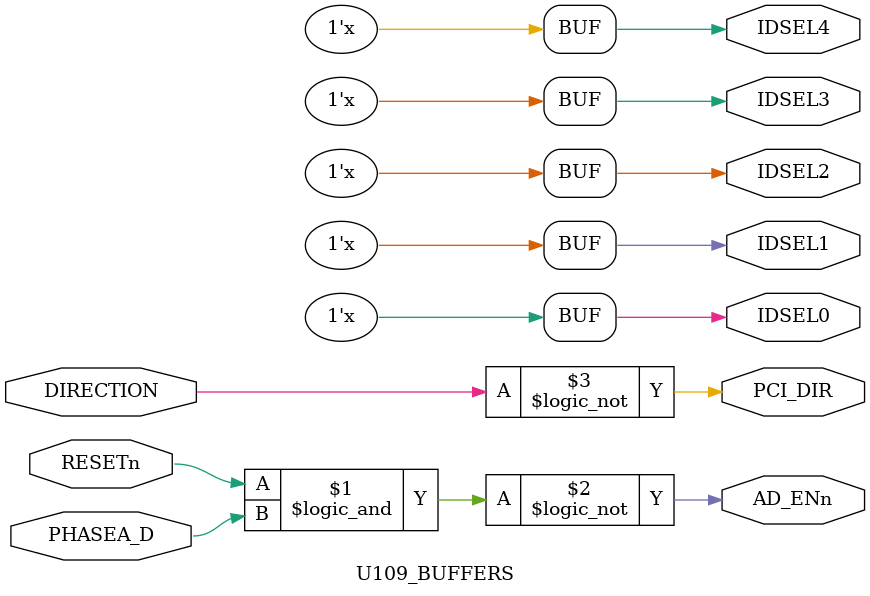
<source format=v>
/*
LICENSE:

This work is released under the Creative Commons Attribution-NonCommercial 4.0 International
https://creativecommons.org/licenses/by-nc/4.0/

You are free to:
Share — copy and redistribute the material in any medium or format
Adapt — remix, transform, and build upon the material
The licensor cannot revoke these freedoms as long as you follow the license terms.

Under the following terms:
Attribution — You must give appropriate credit , provide a link to the license, and indicate if changes were made . You may do so in any reasonable manner, but not in any way that suggests the licensor endorses you or your use.
NonCommercial — You may not use the material for commercial purposes.
No additional restrictions — You may not apply legal terms or technological measures that legally restrict others from doing anything the license permits.

RTL MODULE:

Engineer: Jason Neus
Design Name: U109
Module Name: U109_TOP
Project Name: AmigaPCI
Target Devices: iCE40-HX4K-TQ144

Description: U109 AMIGA PCI FPGA - Address and data buffer enables.

Revision History:
  03-JUL-2025 : Initial code.

GitHub: https://github.com/jasonsbeer/AmigaPCI
iceprog D:\AmigaPCI\U109\APCI_U109\APCI_U109_Implmnt\sbt\outputs\bitmap\U109_TOP_bitmap.bin
*/

module U109_BUFFERS
(
    input RESETn, PHASEA_D, DIRECTION,
    output AD_ENn, PCI_DIR, IDSEL0, IDSEL1, IDSEL2, IDSEL3, IDSEL4
);

  /////////////////////
 // ADDRESS BUFFERS //
/////////////////////

//WE ENABLE AND SET DIRECTION OF THE ADDRESS BUFFERS HERE.
//THE PCI CYCLE STATE MACHINE HANDLES ADDRESS LATCHING DURING DMA CYCLES.

assign AD_ENn = !(RESETn && PHASEA_D);
assign PCI_DIR = !(DIRECTION);

  ////////////////
 // PCI ID SEL //
////////////////

//THE PCI SLOT IDSELx VALUES ARE DRIVEN BY THE ADDRESS BUS AND LATCHED
//DURING ADDRESS PHASE OF CONFIGURATION CYCLES.

assign IDSEL0 = AD2[0]; //A16
assign IDSEL1 = AD2[1]; //A17
assign IDSEL2 = AD2[2]; //A18
assign IDSEL3 = AD2[3]; //A19
assign IDSEL4 = AD2[4]; //A20

endmodule

</source>
